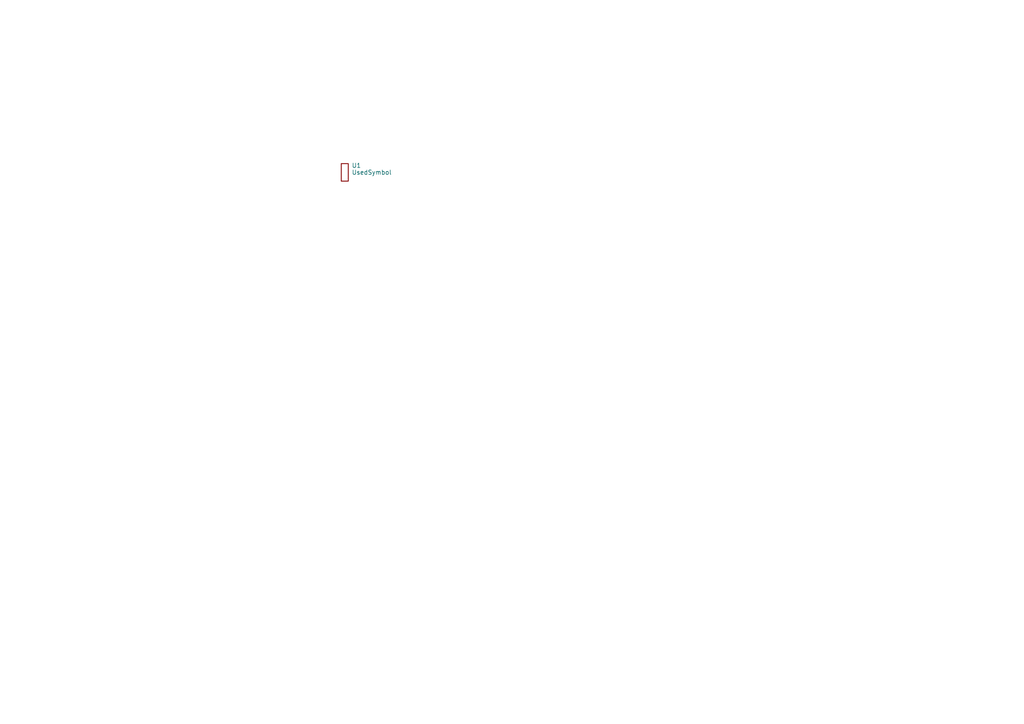
<source format=kicad_sch>
(kicad_sch (version 20231120) (generator "kicadtools_test")
  (paper "A4")
  (lib_symbols
    (symbol "my_project_lib:UsedSymbol" (pin_names hide)
      (symbol "UsedSymbol_0_1"
        (rectangle (start -1.016 -2.54) (end 1.016 2.54) (stroke (width 0.254)))
      )
    )
  )
  (symbol (lib_id "my_project_lib:UsedSymbol") (at 100 50 0) (unit 1)
    (property "Reference" "U1" (at 102 48 0) (effects (justify left)))
    (property "Value" "UsedSymbol" (at 102 50 0) (effects (justify left)))
    (property "Footprint" "my_project_lib:UsedFootprint" (effects hide))
  )
)
</source>
